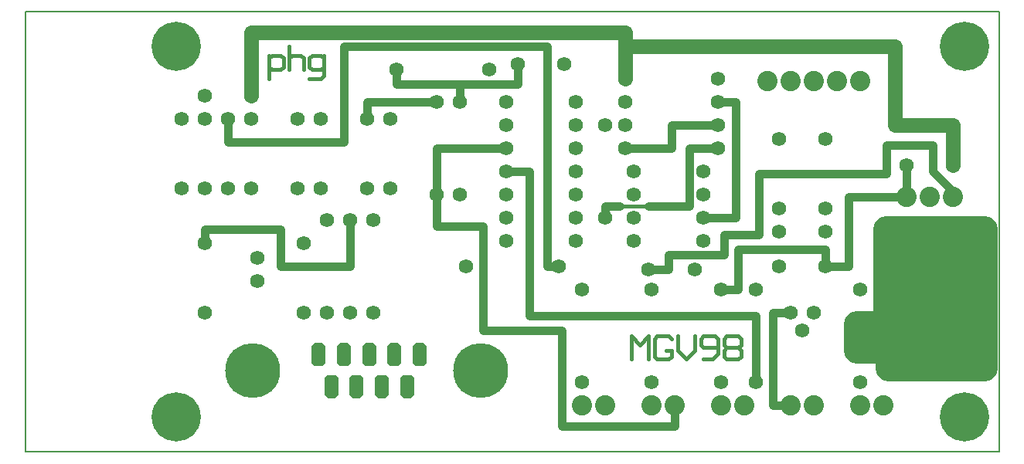
<source format=gbr>
G04                                                                  *
G04 SOURCE        : LAYO1 PCB.EXE VERSION 10                         *
G04 FORMAT        : GERBER RS-274X, Inch, 2.4, Leading Zero          *
G04 TITLE         : MGV98_SIGNAL TOP                                 *
G04 TIME          : Tuesday, November 04, 2008  15:45:56             *
G04                                                                  *
G04 Board width   : 106.680 mm. =  4.2000 inch                       *
G04 Board height  :  48.260 mm. =  1.9000 inch                       *
G04 Board offset  :   0.000 mm. =  0.0000 inch                       *
G04 Board offset  :   0.000 mm. =  0.0000 inch                       *
G04                                                                  *
G04 Apertures:                                                       *
G04       Type          X       Y             X       Y        Used  *
G04                      Inches                Metric                *
G04 D10   Draw        0.0079  0.0079        0.200   0.200         5  *
G04 D11   Round       0.0622  0.0622        1.580   1.580        97  *
G04 D12   Octagon!    0.0622  0.0996        1.580   2.530         5  *
G04 D13   Octagon!    0.0622  0.0996        1.580   2.530         4  *
G04 D14   Round       0.2370  0.2370        6.020   6.020         2  *
G04 D15   Round       0.0394  0.0394        1.000   1.000         1  *
G04 D16   Round       0.2118  0.2118        5.380   5.380         4  *
G04 D17   Draw        0.0156  0.0156        0.397   0.397        77  *
G04 D18   Draw        0.1125  0.1125        2.858   2.858        19  *
G04 D19   Draw        0.0375  0.0375        0.953   0.953        82  *
G04 D20   Round       0.0874  0.0874        2.220   2.220        18  *
G04 D21   Draw        0.0625  0.0625        1.588   1.588        10  *
G04                                                                  *
%FSLAX24Y24*
MOIN*
SFA1.0B1.0*%
%AMCUSTOM12*
4,1,8,
-0.0156,0.0685,
0.0156,0.0685,
0.0311,0.0530,
0.0311,-0.0156,
0.0156,-0.0311,
-0.0156,-0.0311,
-0.0311,-0.0156,
-0.0311,0.0530,
-0.0156,0.0685,
0.0
*%
%AMCUSTOM13*
4,1,8,
-0.0156,0.0311,
0.0156,0.0311,
0.0311,0.0156,
0.0311,-0.0530,
0.0156,-0.0685,
-0.0156,-0.0685,
-0.0311,-0.0530,
-0.0311,0.0156,
-0.0156,0.0311,
0.0
*%
%ADD10C,0.0079*%
%ADD11C,0.0622*%
%ADD12CUSTOM12*%
%ADD13CUSTOM13*%
%ADD14C,0.2370*%
%ADD15C,0.0394*%
%ADD16C,0.2118*%
%ADD17C,0.0156*%
%ADD18C,0.1125*%
%ADD19C,0.0375*%
%ADD20C,0.0874*%
%ADD21C,0.0625*%
%LNSIGNAL TOP*%
G54D10*
X000000Y019000D02*
X000000Y000000D01*
X042000Y000000D01*
X042000Y019000D01*
X000000Y019000D01*
G54D11*
X006750Y011375D03*
X009750Y011375D03*
X029250Y009125D03*
X026250Y012125D03*
X026250Y009125D03*
X032500Y013500D03*
X034500Y009500D03*
X023750Y012125D03*
X029250Y010125D03*
X029875Y015125D03*
X029875Y016125D03*
X014750Y011375D03*
X015000Y006000D03*
X014000Y006000D03*
X007750Y011375D03*
X014000Y010000D03*
X007750Y009000D03*
X025000Y014125D03*
X023750Y011125D03*
X029250Y011125D03*
X025000Y010125D03*
X029875Y013125D03*
X008750Y014375D03*
X023000Y008000D03*
X023750Y010125D03*
X026250Y011125D03*
X025875Y014125D03*
X032500Y009500D03*
X025875Y013125D03*
X029875Y014125D03*
X013000Y006000D03*
X012750Y011375D03*
X008750Y011375D03*
X010000Y007375D03*
X007750Y006000D03*
X024000Y003000D03*
X011750Y014375D03*
X018750Y011125D03*
X020750Y011125D03*
X034000Y006000D03*
X032500Y010500D03*
X032500Y008000D03*
X034500Y013500D03*
X036000Y007000D03*
X011750Y011375D03*
X013000Y010000D03*
X031500Y003000D03*
X020750Y012125D03*
X033500Y005250D03*
X031500Y007000D03*
X012000Y009000D03*
X015000Y010000D03*
X012000Y006000D03*
X010000Y008375D03*
X015750Y011375D03*
X036000Y003000D03*
X020000Y016500D03*
X020750Y014125D03*
X017750Y015125D03*
X014750Y014375D03*
X017750Y011125D03*
X020750Y013125D03*
X027000Y003000D03*
X030000Y003000D03*
X029250Y012125D03*
X028875Y007875D03*
X026250Y010125D03*
X025875Y015125D03*
X026875Y007875D03*
X007750Y014375D03*
X006750Y014375D03*
X034500Y010500D03*
X034500Y008000D03*
X019000Y008000D03*
X018750Y015125D03*
X024000Y007000D03*
X027000Y007000D03*
X030000Y007000D03*
X038000Y012375D03*
X007750Y015375D03*
X016000Y016500D03*
X023750Y009125D03*
X020750Y015125D03*
X020750Y010125D03*
X020750Y009125D03*
X015750Y014375D03*
X021250Y016750D03*
X012750Y014375D03*
X009750Y014375D03*
X033000Y006000D03*
X025875Y016125D03*
X040000Y012375D03*
X009750Y015375D03*
X023750Y013125D03*
X023750Y014125D03*
X023750Y015125D03*
X023250Y016750D03*
G54D12*
X017000Y004000D03*
X015914Y004000D03*
X014828Y004000D03*
X013742Y004000D03*
X012656Y004000D03*
G54D13*
X014289Y003000D03*
X013203Y003000D03*
X016461Y003000D03*
X015375Y003000D03*
G54D14*
X019641Y003500D03*
X009820Y003500D03*
G54D15*
X039000Y004750D03*
G54D16*
X006500Y017500D03*
X040500Y017500D03*
X040500Y001500D03*
X006500Y001500D03*
G54D17*
X010500Y016125D02*
X010500Y017125D01*
X010500Y017000D02*
X010625Y017125D01*
X011000Y017125D01*
X011125Y017000D01*
X011125Y016625D01*
X011000Y016500D01*
X010625Y016500D01*
X010500Y016625D01*
X011375Y017500D02*
X011375Y016500D01*
X011375Y017000D02*
X011500Y017125D01*
X011875Y017125D01*
X012000Y017000D01*
X012000Y016500D01*
X012875Y016625D02*
X012750Y016500D01*
X012375Y016500D01*
X012250Y016625D01*
X012250Y017000D01*
X012375Y017125D01*
X012750Y017125D01*
X012875Y017000D01*
X012875Y017125D02*
X012875Y016250D01*
X012750Y016125D01*
X012250Y016125D01*
X026125Y004000D02*
X026125Y005000D01*
X026500Y004625D01*
X026875Y005000D01*
X026875Y004000D01*
X027625Y004375D02*
X027875Y004375D01*
X027875Y004125D01*
X027750Y004000D01*
X027250Y004000D01*
X027125Y004125D01*
X027125Y004875D01*
X027250Y005000D01*
X027750Y005000D01*
X027875Y004875D01*
X028125Y005000D02*
X028125Y004375D01*
X028500Y004000D01*
X028875Y004375D01*
X028875Y005000D01*
X029250Y004000D02*
X029625Y004000D01*
X029875Y004250D01*
X029875Y004875D01*
X029750Y005000D01*
X029250Y005000D01*
X029125Y004875D01*
X029125Y004625D01*
X029250Y004500D01*
X029875Y004500D01*
X030250Y004500D02*
X030125Y004375D01*
X030125Y004125D01*
X030250Y004000D01*
X030750Y004000D01*
X030875Y004125D01*
X030875Y004375D01*
X030750Y004500D01*
X030250Y004500D01*
X030125Y004625D01*
X030125Y004875D01*
X030250Y005000D01*
X030750Y005000D01*
X030875Y004875D01*
X030875Y004625D01*
X030750Y004500D01*
X025625Y010625D02*
X026875Y010625D01*
G54D18*
X039000Y004750D02*
X039000Y009625D01*
X037125Y009625D01*
X037125Y005500D01*
X035875Y005500D01*
X035875Y004375D01*
X037250Y004375D01*
X037250Y003625D01*
X041375Y003625D01*
X041375Y009625D01*
X038000Y009625D01*
X038000Y005125D01*
X036875Y005125D01*
X037875Y005125D01*
X037875Y004500D01*
X040500Y004500D01*
X040500Y008875D01*
X039750Y008875D01*
X039750Y004500D01*
G54D19*
X029250Y010125D02*
X030625Y010125D01*
X030625Y015125D01*
X029875Y015125D01*
X014000Y010000D02*
X014000Y008000D01*
X011000Y008000D01*
X011000Y009625D01*
X007750Y009625D01*
X007750Y009000D01*
X023000Y008000D02*
X022500Y008000D01*
X022500Y017500D01*
X013750Y017500D01*
X013750Y013375D01*
X008750Y013375D01*
X008750Y014375D01*
X029875Y014125D02*
X027875Y014125D01*
X027875Y013125D01*
X025875Y013125D01*
X031500Y003000D02*
X031500Y005875D01*
X021750Y005875D01*
X021750Y012125D01*
X020750Y012125D01*
X014750Y014375D02*
X014750Y015125D01*
X017750Y015125D01*
X017750Y011125D02*
X017750Y013125D01*
X020750Y013125D01*
X028000Y002000D02*
X028000Y001125D01*
X023125Y001125D01*
X023125Y005250D01*
X019750Y005250D01*
X019750Y009750D01*
X017750Y009750D01*
X017750Y011125D01*
X026875Y007875D02*
X027750Y007875D01*
X027750Y008500D01*
X030125Y008500D01*
X030125Y009375D01*
X031625Y009375D01*
X031625Y012000D01*
X037125Y012000D01*
X037125Y013250D01*
X039125Y013250D01*
X039125Y012125D01*
X040000Y011250D01*
X040000Y011000D01*
X038000Y011000D02*
X038000Y012375D01*
X038000Y011000D02*
X035500Y011000D01*
X035500Y008000D01*
X034500Y008000D01*
X034500Y008000D02*
X034500Y008750D01*
X030750Y008750D01*
X030750Y007000D01*
X030000Y007000D01*
X016000Y016500D02*
X016000Y015875D01*
X018750Y015875D01*
X021250Y015875D01*
X021250Y016750D01*
X018750Y015125D02*
X018750Y015875D01*
X033000Y006000D02*
X032250Y006000D01*
X032250Y002000D01*
X033000Y002000D01*
X025000Y010125D02*
X025000Y010625D01*
X025625Y010625D01*
X026875Y010625D02*
X028625Y010625D01*
X028625Y013125D01*
X029875Y013125D01*
G54D20*
X024000Y002000D03*
X025000Y002000D03*
X035000Y016000D03*
X036000Y002000D03*
X034000Y002000D03*
X033000Y016000D03*
X028000Y002000D03*
X027000Y002000D03*
X030000Y002000D03*
X032000Y016000D03*
X040000Y011000D03*
X036000Y016000D03*
X038000Y011000D03*
X031000Y002000D03*
X037000Y002000D03*
X033000Y002000D03*
X039000Y011000D03*
X034000Y016000D03*
G54D21*
X025875Y016125D02*
X025875Y017500D01*
X037500Y017500D01*
X037500Y014125D01*
X040000Y014125D01*
X040000Y012375D01*
X009750Y015375D02*
X009750Y018125D01*
X025875Y018125D01*
X025875Y016125D01*
M02*

</source>
